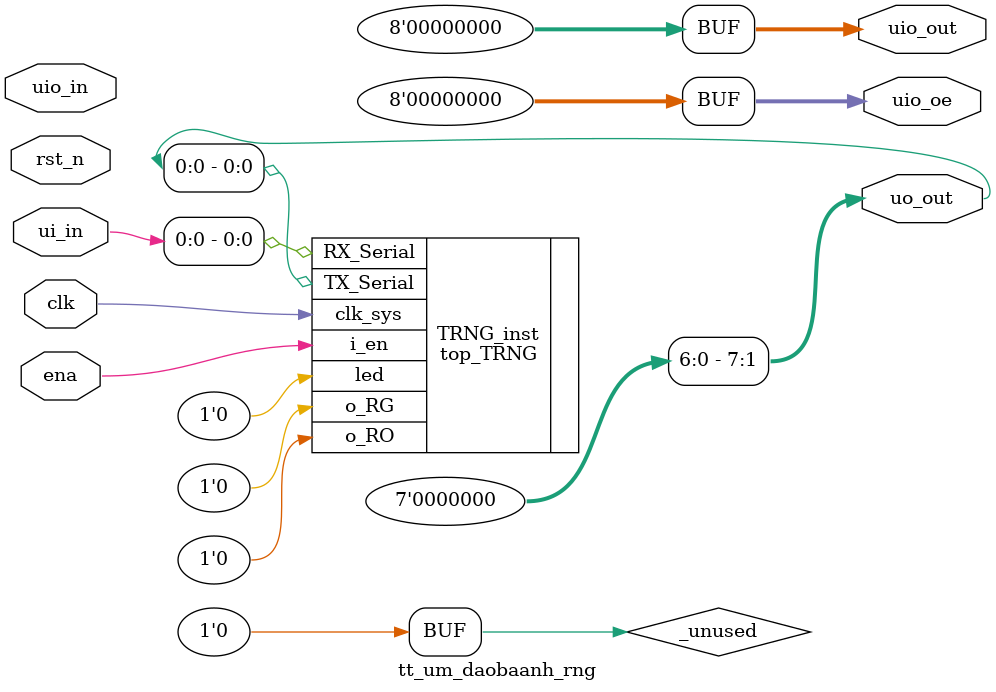
<source format=v>
/*
 * Copyright (c) 2024 Your Name
 * SPDX-License-Identifier: Apache-2.0
 */

`default_nettype none

module tt_um_daobaanh_rng (
    input  wire [7:0] ui_in,    // Dedicated inputs
    output wire [7:0] uo_out,   // Dedicated outputs
    input  wire [7:0] uio_in,   // IOs: Input path
    output wire [7:0] uio_out,  // IOs: Output path
    output wire [7:0] uio_oe,   // IOs: Enable path (active high: 0=input, 1=output)
    input  wire       ena,      // always 1 when the design is powered, so you can ignore it
    input  wire       clk,      // clock
    input  wire       rst_n     // reset_n - low to reset
);

  // All output pins must be assigned. If not used, assign to 0.
  assign uo_out[7:1]  = 7'b0;  // Example: ou_out is the sum of ui_in and uio_in
  assign uio_out = 0;
  assign uio_oe  = 0;

  // List all unused inputs to prevent warnings
  wire _unused = &{rst_n, 1'b0};

  // ring_osc part
  top_TRNG TRNG_inst(
    .clk_sys(clk),
    .i_en(ena),
    .RX_Serial(ui_in[0]),
    .TX_Serial(uo_out[0]),
    .o_RO(uo_out[1]),
    .o_RG(uo_out[2]),
    .led(uo_out[3]));


endmodule

</source>
